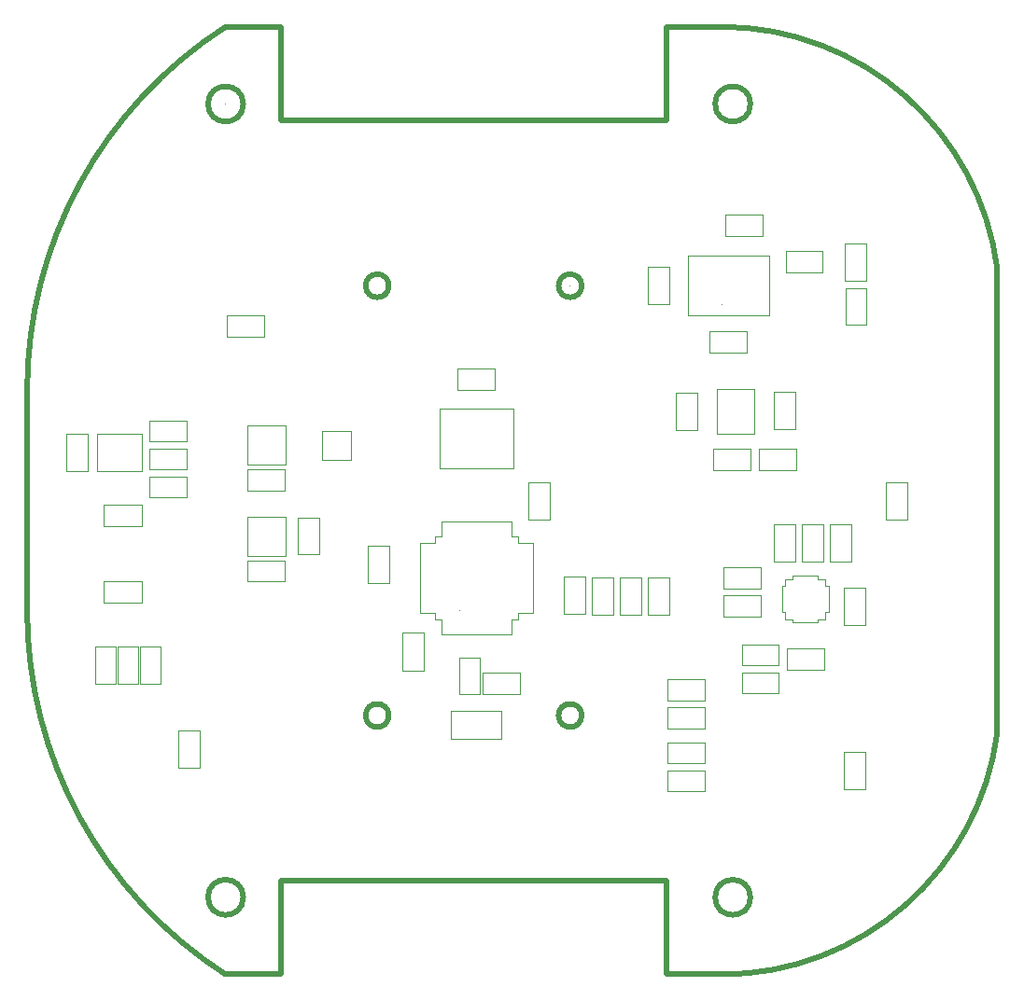
<source format=gbr>
%TF.GenerationSoftware,KiCad,Pcbnew,6.0.7-f9a2dced07~116~ubuntu20.04.1*%
%TF.CreationDate,2022-08-31T16:11:48+02:00*%
%TF.ProjectId,dumber-v3,64756d62-6572-42d7-9633-2e6b69636164,1.1*%
%TF.SameCoordinates,Original*%
%TF.FileFunction,Other,User*%
%FSLAX46Y46*%
G04 Gerber Fmt 4.6, Leading zero omitted, Abs format (unit mm)*
G04 Created by KiCad (PCBNEW 6.0.7-f9a2dced07~116~ubuntu20.04.1) date 2022-08-31 16:11:48*
%MOMM*%
%LPD*%
G01*
G04 APERTURE LIST*
%TA.AperFunction,Profile*%
%ADD10C,0.010050*%
%TD*%
%TA.AperFunction,Profile*%
%ADD11C,0.500000*%
%TD*%
%ADD12C,0.050000*%
G04 APERTURE END LIST*
D10*
X173755025Y-70000000D02*
G75*
G03*
X173755025Y-70000000I-5025J0D01*
G01*
X141505025Y-86500000D02*
G75*
G03*
X141505025Y-86500000I-5025J0D01*
G01*
D11*
X175350000Y-70000000D02*
G75*
G03*
X175350000Y-70000000I-1600000J0D01*
G01*
X142550000Y-86500000D02*
G75*
G03*
X142550000Y-86500000I-1050000J0D01*
G01*
X167750000Y-63000000D02*
X167750000Y-71500000D01*
X109750000Y-96000000D02*
X109750000Y-116000000D01*
X129350000Y-142000000D02*
G75*
G03*
X129350000Y-142000000I-1600000J0D01*
G01*
X127750000Y-63000000D02*
G75*
G03*
X109750000Y-96000000I21250000J-33000000D01*
G01*
X197750000Y-127000000D02*
X197750000Y-85000000D01*
X129350000Y-70000000D02*
G75*
G03*
X129350000Y-70000000I-1600000J0D01*
G01*
X167750000Y-149000000D02*
X172750000Y-149000000D01*
X172750000Y-63000000D02*
X167750000Y-63000000D01*
D10*
X172755025Y-123795455D02*
G75*
G03*
X172755025Y-123795455I-5025J0D01*
G01*
X159005025Y-125500000D02*
G75*
G03*
X159005025Y-125500000I-5025J0D01*
G01*
X159005025Y-86500000D02*
G75*
G03*
X159005025Y-86500000I-5025J0D01*
G01*
X172755025Y-88204545D02*
G75*
G03*
X172755025Y-88204545I-5025J0D01*
G01*
X149005025Y-116000000D02*
G75*
G03*
X149005025Y-116000000I-5025J0D01*
G01*
D11*
X132750000Y-149000000D02*
X132750000Y-140500000D01*
X167750000Y-140500000D02*
X167750000Y-149000000D01*
X127750000Y-149000000D02*
X132750000Y-149000000D01*
X167750000Y-71500000D02*
X132750000Y-71500000D01*
D10*
X127755025Y-70000000D02*
G75*
G03*
X127755025Y-70000000I-5025J0D01*
G01*
D11*
X109750000Y-116000000D02*
G75*
G03*
X127750000Y-149000000I39250000J0D01*
G01*
X175350000Y-142000000D02*
G75*
G03*
X175350000Y-142000000I-1600000J0D01*
G01*
D10*
X149005025Y-96000000D02*
G75*
G03*
X149005025Y-96000000I-5025J0D01*
G01*
D11*
X132750000Y-63000000D02*
X127750000Y-63000000D01*
X132750000Y-71500000D02*
X132750000Y-63000000D01*
X197750047Y-84999994D02*
G75*
G03*
X172750000Y-63000000I-25000047J-3204606D01*
G01*
X160050000Y-86500000D02*
G75*
G03*
X160050000Y-86500000I-1050000J0D01*
G01*
D10*
X173755025Y-142000000D02*
G75*
G03*
X173755025Y-142000000I-5025J0D01*
G01*
X141505025Y-125500000D02*
G75*
G03*
X141505025Y-125500000I-5025J0D01*
G01*
D11*
X132750000Y-140500000D02*
X167750000Y-140500000D01*
X160050000Y-125500000D02*
G75*
G03*
X160050000Y-125500000I-1050000J0D01*
G01*
X142550000Y-125500000D02*
G75*
G03*
X142550000Y-125500000I-1050000J0D01*
G01*
X172750000Y-149000005D02*
G75*
G03*
X197750000Y-127000000I0J25204545D01*
G01*
D10*
X127755025Y-142000000D02*
G75*
G03*
X127755025Y-142000000I-5025J0D01*
G01*
D12*
%TO.C,D1*%
X136495000Y-102265000D02*
X139095000Y-102265000D01*
X139095000Y-99665000D02*
X136495000Y-99665000D01*
X136495000Y-99665000D02*
X136495000Y-102265000D01*
X139095000Y-99665000D02*
X139095000Y-102265000D01*
%TO.C,C17*%
X155230000Y-104345000D02*
X155230000Y-107745000D01*
X155230000Y-107745000D02*
X157190000Y-107745000D01*
X157190000Y-107745000D02*
X157190000Y-104345000D01*
X157190000Y-104345000D02*
X155230000Y-104345000D01*
%TO.C,R10*%
X176432000Y-80050000D02*
X173072000Y-80050000D01*
X173072000Y-80050000D02*
X173072000Y-81950000D01*
X173072000Y-81950000D02*
X176432000Y-81950000D01*
X176432000Y-81950000D02*
X176432000Y-80050000D01*
%TO.C,U2*%
X153645000Y-109280000D02*
X154245000Y-109280000D01*
X150495000Y-118180000D02*
X153645000Y-118180000D01*
X145345000Y-116180000D02*
X145345000Y-113030000D01*
X153645000Y-116780000D02*
X154245000Y-116780000D01*
X153645000Y-118180000D02*
X153645000Y-116780000D01*
X154245000Y-116780000D02*
X154245000Y-116180000D01*
X147345000Y-109280000D02*
X146745000Y-109280000D01*
X155645000Y-116180000D02*
X155645000Y-113030000D01*
X147345000Y-118180000D02*
X147345000Y-116780000D01*
X146745000Y-116780000D02*
X146745000Y-116180000D01*
X150495000Y-118180000D02*
X147345000Y-118180000D01*
X150495000Y-107880000D02*
X147345000Y-107880000D01*
X155645000Y-109880000D02*
X155645000Y-113030000D01*
X146745000Y-116180000D02*
X145345000Y-116180000D01*
X146745000Y-109280000D02*
X146745000Y-109880000D01*
X154245000Y-116180000D02*
X155645000Y-116180000D01*
X146745000Y-109880000D02*
X145345000Y-109880000D01*
X147345000Y-116780000D02*
X146745000Y-116780000D01*
X145345000Y-109880000D02*
X145345000Y-113030000D01*
X150495000Y-107880000D02*
X153645000Y-107880000D01*
X153645000Y-107880000D02*
X153645000Y-109280000D01*
X154245000Y-109880000D02*
X155645000Y-109880000D01*
X154245000Y-109280000D02*
X154245000Y-109880000D01*
X147345000Y-107880000D02*
X147345000Y-109280000D01*
%TO.C,C4*%
X183805000Y-113870000D02*
X183805000Y-117270000D01*
X183805000Y-117270000D02*
X185765000Y-117270000D01*
X185765000Y-113870000D02*
X183805000Y-113870000D01*
X185765000Y-117270000D02*
X185765000Y-113870000D01*
%TO.C,R7*%
X172945000Y-113980000D02*
X176305000Y-113980000D01*
X176305000Y-112080000D02*
X172945000Y-112080000D01*
X172945000Y-112080000D02*
X172945000Y-113980000D01*
X176305000Y-113980000D02*
X176305000Y-112080000D01*
%TO.C,C20*%
X140625000Y-110060000D02*
X140625000Y-113460000D01*
X140625000Y-113460000D02*
X142585000Y-113460000D01*
X142585000Y-113460000D02*
X142585000Y-110060000D01*
X142585000Y-110060000D02*
X140625000Y-110060000D01*
%TO.C,R17*%
X171225000Y-124140000D02*
X171225000Y-122240000D01*
X171225000Y-122240000D02*
X167865000Y-122240000D01*
X167865000Y-124140000D02*
X171225000Y-124140000D01*
X167865000Y-122240000D02*
X167865000Y-124140000D01*
%TO.C,C6*%
X171975000Y-101255000D02*
X171975000Y-103215000D01*
X175375000Y-103215000D02*
X175375000Y-101255000D01*
X175375000Y-101255000D02*
X171975000Y-101255000D01*
X171975000Y-103215000D02*
X175375000Y-103215000D01*
%TO.C,R3*%
X177932500Y-123505000D02*
X177932500Y-121605000D01*
X174572500Y-123505000D02*
X177932500Y-123505000D01*
X174572500Y-121605000D02*
X174572500Y-123505000D01*
X177932500Y-121605000D02*
X174572500Y-121605000D01*
%TO.C,C19*%
X143800000Y-118000000D02*
X143800000Y-121400000D01*
X143800000Y-121400000D02*
X145760000Y-121400000D01*
X145760000Y-121400000D02*
X145760000Y-118000000D01*
X145760000Y-118000000D02*
X143800000Y-118000000D01*
%TO.C,U3*%
X116060000Y-103300000D02*
X116060000Y-99900000D01*
X116060000Y-99900000D02*
X120160000Y-99900000D01*
X120160000Y-99900000D02*
X120160000Y-103300000D01*
X120160000Y-103300000D02*
X116060000Y-103300000D01*
%TO.C,Q2*%
X129685000Y-110990000D02*
X133205000Y-110990000D01*
X133205000Y-107440000D02*
X133205000Y-110990000D01*
X133205000Y-107440000D02*
X129685000Y-107440000D01*
X129685000Y-110990000D02*
X129685000Y-107440000D01*
%TO.C,R24*%
X133125000Y-111445000D02*
X129765000Y-111445000D01*
X129765000Y-111445000D02*
X129765000Y-113345000D01*
X129765000Y-113345000D02*
X133125000Y-113345000D01*
X133125000Y-113345000D02*
X133125000Y-111445000D01*
%TO.C,R1*%
X129765000Y-103190000D02*
X129765000Y-105090000D01*
X129765000Y-105090000D02*
X133125000Y-105090000D01*
X133125000Y-103190000D02*
X129765000Y-103190000D01*
X133125000Y-105090000D02*
X133125000Y-103190000D01*
%TO.C,C7*%
X183805000Y-128790000D02*
X183805000Y-132190000D01*
X183805000Y-132190000D02*
X185765000Y-132190000D01*
X185765000Y-128790000D02*
X183805000Y-128790000D01*
X185765000Y-132190000D02*
X185765000Y-128790000D01*
%TO.C,R16*%
X115890000Y-122607500D02*
X117790000Y-122607500D01*
X115890000Y-119247500D02*
X115890000Y-122607500D01*
X117790000Y-119247500D02*
X115890000Y-119247500D01*
X117790000Y-122607500D02*
X117790000Y-119247500D01*
%TO.C,R13*%
X179385000Y-111535000D02*
X179385000Y-108175000D01*
X179385000Y-108175000D02*
X177485000Y-108175000D01*
X177485000Y-111535000D02*
X179385000Y-111535000D01*
X177485000Y-108175000D02*
X177485000Y-111535000D01*
%TO.C,U7*%
X153845000Y-103030000D02*
X147145000Y-103030000D01*
X147145000Y-97630000D02*
X147145000Y-103030000D01*
X153845000Y-97630000D02*
X147145000Y-97630000D01*
X153845000Y-97630000D02*
X153845000Y-103030000D01*
%TO.C,R21*%
X176305000Y-114620000D02*
X172945000Y-114620000D01*
X172945000Y-116520000D02*
X176305000Y-116520000D01*
X176305000Y-116520000D02*
X176305000Y-114620000D01*
X172945000Y-114620000D02*
X172945000Y-116520000D01*
%TO.C,C3*%
X187615000Y-104345000D02*
X187615000Y-107745000D01*
X187615000Y-107745000D02*
X189575000Y-107745000D01*
X189575000Y-104345000D02*
X187615000Y-104345000D01*
X189575000Y-107745000D02*
X189575000Y-104345000D01*
%TO.C,R2*%
X120875000Y-101285000D02*
X120875000Y-103185000D01*
X120875000Y-103185000D02*
X124235000Y-103185000D01*
X124235000Y-103185000D02*
X124235000Y-101285000D01*
X124235000Y-101285000D02*
X120875000Y-101285000D01*
%TO.C,JP1*%
X152795000Y-125115000D02*
X152795000Y-127615000D01*
X148195000Y-127615000D02*
X148195000Y-125115000D01*
X148195000Y-127615000D02*
X152795000Y-127615000D01*
X152795000Y-125115000D02*
X148195000Y-125115000D01*
%TO.C,C8*%
X175055000Y-92552500D02*
X175055000Y-90592500D01*
X171655000Y-92552500D02*
X175055000Y-92552500D01*
X171655000Y-90592500D02*
X171655000Y-92552500D01*
X175055000Y-90592500D02*
X171655000Y-90592500D01*
%TO.C,R5*%
X174572500Y-120965000D02*
X177932500Y-120965000D01*
X174572500Y-119065000D02*
X174572500Y-120965000D01*
X177932500Y-120965000D02*
X177932500Y-119065000D01*
X177932500Y-119065000D02*
X174572500Y-119065000D01*
%TO.C,R11*%
X181916500Y-85278000D02*
X181916500Y-83378000D01*
X178556500Y-85278000D02*
X181916500Y-85278000D01*
X181916500Y-83378000D02*
X178556500Y-83378000D01*
X178556500Y-83378000D02*
X178556500Y-85278000D01*
%TO.C,C5*%
X185892000Y-86028000D02*
X185892000Y-82628000D01*
X183932000Y-86028000D02*
X185892000Y-86028000D01*
X185892000Y-82628000D02*
X183932000Y-82628000D01*
X183932000Y-82628000D02*
X183932000Y-86028000D01*
%TO.C,R18*%
X171225000Y-124780000D02*
X167865000Y-124780000D01*
X167865000Y-126680000D02*
X171225000Y-126680000D01*
X171225000Y-126680000D02*
X171225000Y-124780000D01*
X167865000Y-124780000D02*
X167865000Y-126680000D01*
%TO.C,R19*%
X167865000Y-130495000D02*
X167865000Y-132395000D01*
X167865000Y-132395000D02*
X171225000Y-132395000D01*
X171225000Y-130495000D02*
X167865000Y-130495000D01*
X171225000Y-132395000D02*
X171225000Y-130495000D01*
%TO.C,C13*%
X120125000Y-113320000D02*
X116725000Y-113320000D01*
X116725000Y-113320000D02*
X116725000Y-115280000D01*
X120125000Y-115280000D02*
X120125000Y-113320000D01*
X116725000Y-115280000D02*
X120125000Y-115280000D01*
%TO.C,U4*%
X178206400Y-113778600D02*
X178511200Y-113778600D01*
X182168800Y-116091400D02*
X182473600Y-116091400D01*
X179183600Y-116763800D02*
X179183600Y-117068600D01*
X179183600Y-116763800D02*
X178511200Y-116763800D01*
X182168800Y-113778600D02*
X182168800Y-113106200D01*
X178511200Y-116763800D02*
X178511200Y-116091400D01*
X179183600Y-113106200D02*
X178511200Y-113106200D01*
X182168800Y-116763800D02*
X182168800Y-116091400D01*
X181496400Y-116763800D02*
X182168800Y-116763800D01*
X178511200Y-116091400D02*
X178511200Y-116763800D01*
X181496400Y-112801400D02*
X179183600Y-112801400D01*
X182473600Y-113778600D02*
X182168800Y-113778600D01*
X178206400Y-116091400D02*
X178511200Y-116091400D01*
X179183600Y-117068600D02*
X181496400Y-117068600D01*
X182473600Y-116091400D02*
X182473600Y-113778600D01*
X178511200Y-116091400D02*
X178206400Y-116091400D01*
X182168800Y-113106200D02*
X181496400Y-113106200D01*
X181496400Y-117068600D02*
X181496400Y-116763800D01*
X179183600Y-112801400D02*
X179183600Y-113106200D01*
X182168800Y-116763800D02*
X181496400Y-116763800D01*
X178206400Y-116091400D02*
X178206400Y-113778600D01*
X181496400Y-116763800D02*
X181496400Y-117068600D01*
X182168800Y-116763800D02*
X182168800Y-116091400D01*
X179183600Y-117068600D02*
X179183600Y-116763800D01*
X181496400Y-117068600D02*
X179183600Y-117068600D01*
X181496400Y-112801400D02*
X179183600Y-112801400D01*
X181496400Y-113106200D02*
X181496400Y-112801400D01*
X178511200Y-113106200D02*
X178511200Y-113778600D01*
X179183600Y-113106200D02*
X178511200Y-113106200D01*
X181496400Y-113106200D02*
X181496400Y-112801400D01*
X182168800Y-113106200D02*
X181496400Y-113106200D01*
X178511200Y-116763800D02*
X179183600Y-116763800D01*
X178511200Y-113778600D02*
X178206400Y-113778600D01*
X178206400Y-113778600D02*
X178206400Y-116091400D01*
X179183600Y-112801400D02*
X179183600Y-113106200D01*
X182168800Y-113778600D02*
X182168800Y-113106200D01*
X182473600Y-116091400D02*
X182473600Y-113778600D01*
X182168800Y-116091400D02*
X182473600Y-116091400D01*
X182473600Y-113778600D02*
X182168800Y-113778600D01*
X178511200Y-113778600D02*
X178511200Y-113106200D01*
%TO.C,R9*%
X182020000Y-119446000D02*
X178660000Y-119446000D01*
X182020000Y-121346000D02*
X182020000Y-119446000D01*
X178660000Y-121346000D02*
X182020000Y-121346000D01*
X178660000Y-119446000D02*
X178660000Y-121346000D01*
%TO.C,R14*%
X184465000Y-108175000D02*
X182565000Y-108175000D01*
X184465000Y-111535000D02*
X184465000Y-108175000D01*
X182565000Y-108175000D02*
X182565000Y-111535000D01*
X182565000Y-111535000D02*
X184465000Y-111535000D01*
%TO.C,R29*%
X160975000Y-112977500D02*
X160975000Y-116337500D01*
X160975000Y-116337500D02*
X162875000Y-116337500D01*
X162875000Y-112977500D02*
X160975000Y-112977500D01*
X162875000Y-116337500D02*
X162875000Y-112977500D01*
%TO.C,C10*%
X166025000Y-88192500D02*
X167985000Y-88192500D01*
X166025000Y-84792500D02*
X166025000Y-88192500D01*
X167985000Y-88192500D02*
X167985000Y-84792500D01*
X167985000Y-84792500D02*
X166025000Y-84792500D01*
%TO.C,R26*%
X148910000Y-120240000D02*
X148910000Y-123600000D01*
X150810000Y-123600000D02*
X150810000Y-120240000D01*
X150810000Y-120240000D02*
X148910000Y-120240000D01*
X148910000Y-123600000D02*
X150810000Y-123600000D01*
%TO.C,R28*%
X165415000Y-112977500D02*
X163515000Y-112977500D01*
X163515000Y-116337500D02*
X165415000Y-116337500D01*
X165415000Y-116337500D02*
X165415000Y-112977500D01*
X163515000Y-112977500D02*
X163515000Y-116337500D01*
%TO.C,R8*%
X185862000Y-90072000D02*
X185862000Y-86712000D01*
X183962000Y-90072000D02*
X185862000Y-90072000D01*
X183962000Y-86712000D02*
X183962000Y-90072000D01*
X185862000Y-86712000D02*
X183962000Y-86712000D01*
%TO.C,R6*%
X124235000Y-98745000D02*
X120875000Y-98745000D01*
X124235000Y-100645000D02*
X124235000Y-98745000D01*
X120875000Y-100645000D02*
X124235000Y-100645000D01*
X120875000Y-98745000D02*
X120875000Y-100645000D01*
%TO.C,R25*%
X136205000Y-110900000D02*
X136205000Y-107540000D01*
X134305000Y-107540000D02*
X134305000Y-110900000D01*
X134305000Y-110900000D02*
X136205000Y-110900000D01*
X136205000Y-107540000D02*
X134305000Y-107540000D01*
%TO.C,R27*%
X167955000Y-112977500D02*
X166055000Y-112977500D01*
X166055000Y-116337500D02*
X167955000Y-116337500D01*
X166055000Y-112977500D02*
X166055000Y-116337500D01*
X167955000Y-116337500D02*
X167955000Y-112977500D01*
%TO.C,C14*%
X127840000Y-91150000D02*
X131240000Y-91150000D01*
X131240000Y-89190000D02*
X127840000Y-89190000D01*
X131240000Y-91150000D02*
X131240000Y-89190000D01*
X127840000Y-89190000D02*
X127840000Y-91150000D01*
%TO.C,R23*%
X119954000Y-119247500D02*
X119954000Y-122607500D01*
X121854000Y-122607500D02*
X121854000Y-119247500D01*
X119954000Y-122607500D02*
X121854000Y-122607500D01*
X121854000Y-119247500D02*
X119954000Y-119247500D01*
%TO.C,R12*%
X181925000Y-111535000D02*
X181925000Y-108175000D01*
X181925000Y-108175000D02*
X180025000Y-108175000D01*
X180025000Y-108175000D02*
X180025000Y-111535000D01*
X180025000Y-111535000D02*
X181925000Y-111535000D01*
%TO.C,C15*%
X125440000Y-130285000D02*
X125440000Y-126885000D01*
X123480000Y-130285000D02*
X125440000Y-130285000D01*
X123480000Y-126885000D02*
X123480000Y-130285000D01*
X125440000Y-126885000D02*
X123480000Y-126885000D01*
%TO.C,C12*%
X148734000Y-94016000D02*
X148734000Y-95976000D01*
X148734000Y-95976000D02*
X152134000Y-95976000D01*
X152134000Y-94016000D02*
X148734000Y-94016000D01*
X152134000Y-95976000D02*
X152134000Y-94016000D01*
%TO.C,C1*%
X113320000Y-99900000D02*
X113320000Y-103300000D01*
X115280000Y-103300000D02*
X115280000Y-99900000D01*
X113320000Y-103300000D02*
X115280000Y-103300000D01*
X115280000Y-99900000D02*
X113320000Y-99900000D01*
%TO.C,Q1*%
X133205000Y-99185000D02*
X129685000Y-99185000D01*
X129685000Y-102735000D02*
X133205000Y-102735000D01*
X133205000Y-99185000D02*
X133205000Y-102735000D01*
X129685000Y-102735000D02*
X129685000Y-99185000D01*
%TO.C,U6*%
X175690000Y-99972500D02*
X172290000Y-99972500D01*
X172290000Y-99972500D02*
X172290000Y-95872500D01*
X175690000Y-95872500D02*
X175690000Y-99972500D01*
X172290000Y-95872500D02*
X175690000Y-95872500D01*
%TO.C,C9*%
X179500000Y-103215000D02*
X179500000Y-101255000D01*
X179500000Y-101255000D02*
X176100000Y-101255000D01*
X176100000Y-103215000D02*
X179500000Y-103215000D01*
X176100000Y-101255000D02*
X176100000Y-103215000D01*
%TO.C,C11*%
X177455000Y-99490000D02*
X179415000Y-99490000D01*
X179415000Y-99490000D02*
X179415000Y-96090000D01*
X177455000Y-96090000D02*
X177455000Y-99490000D01*
X179415000Y-96090000D02*
X177455000Y-96090000D01*
%TO.C,C18*%
X158405000Y-112915000D02*
X158405000Y-116315000D01*
X160365000Y-112915000D02*
X158405000Y-112915000D01*
X158405000Y-116315000D02*
X160365000Y-116315000D01*
X160365000Y-116315000D02*
X160365000Y-112915000D01*
%TO.C,R22*%
X117922000Y-122607500D02*
X119822000Y-122607500D01*
X119822000Y-119247500D02*
X117922000Y-119247500D01*
X119822000Y-122607500D02*
X119822000Y-119247500D01*
X117922000Y-119247500D02*
X117922000Y-122607500D01*
%TO.C,U5*%
X177055000Y-83792500D02*
X177055000Y-89192500D01*
X169655000Y-89192500D02*
X169655000Y-83792500D01*
X177055000Y-89192500D02*
X169655000Y-89192500D01*
X169655000Y-83792500D02*
X177055000Y-83792500D01*
%TO.C,C16*%
X154420000Y-121575000D02*
X151020000Y-121575000D01*
X151020000Y-123535000D02*
X154420000Y-123535000D01*
X154420000Y-123535000D02*
X154420000Y-121575000D01*
X151020000Y-121575000D02*
X151020000Y-123535000D01*
%TO.C,R4*%
X124235000Y-105725000D02*
X124235000Y-103825000D01*
X124235000Y-103825000D02*
X120875000Y-103825000D01*
X120875000Y-105725000D02*
X124235000Y-105725000D01*
X120875000Y-103825000D02*
X120875000Y-105725000D01*
%TO.C,C2*%
X120125000Y-108295000D02*
X120125000Y-106335000D01*
X116725000Y-106335000D02*
X116725000Y-108295000D01*
X120125000Y-106335000D02*
X116725000Y-106335000D01*
X116725000Y-108295000D02*
X120125000Y-108295000D01*
%TO.C,R15*%
X170495000Y-99602500D02*
X170495000Y-96242500D01*
X170495000Y-96242500D02*
X168595000Y-96242500D01*
X168595000Y-96242500D02*
X168595000Y-99602500D01*
X168595000Y-99602500D02*
X170495000Y-99602500D01*
%TO.C,R20*%
X171225000Y-127955000D02*
X167865000Y-127955000D01*
X171225000Y-129855000D02*
X171225000Y-127955000D01*
X167865000Y-127955000D02*
X167865000Y-129855000D01*
X167865000Y-129855000D02*
X171225000Y-129855000D01*
%TD*%
M02*

</source>
